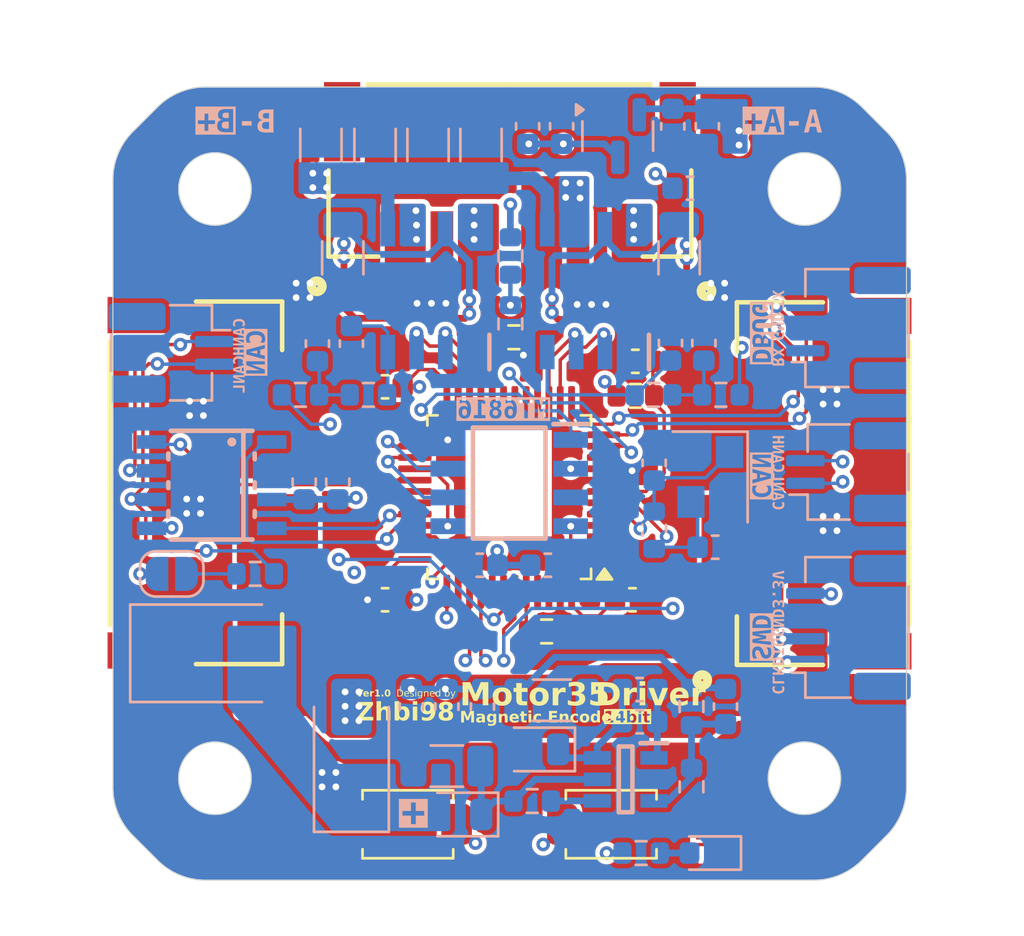
<source format=kicad_pcb>
(kicad_pcb (version 20240108) (generator "pcbnew") (generator_version "8.0")
  (layers (0 "F.Cu" signal) (1 "In1.Cu" signal) (2 "In2.Cu" signal) (31 "B.Cu" signal) (34 "B.Paste" user) (35 "F.Paste" user) (36 "B.SilkS" user "B.Silkscreen") (37 "F.SilkS" user "F.Silkscreen") (38 "B.Mask" user) (39 "F.Mask" user) (44 "Edge.Cuts" user))
  (net 0 "")
  (net 1 "GND")
  (net 2 "+5V")
  (net 3 "/OSC_IN")
  (net 4 "+3.3V")
  (net 5 "/OSC_OUT")
  (net 6 "/nRST")
  (net 7 "Net-(C12-Pad1)")
  (net 8 "Net-(C13-Pad1)")
  (net 9 "/H_BRID/VREF_A")
  (net 10 "/H_BRID/VREF_B")
  (net 11 "Net-(IC4-FB)")
  (net 12 "Net-(IC4-BST)")
  (net 13 "Net-(D2-K)")
  (net 14 "Net-(D3-K)")
  (net 15 "VCC")
  (net 16 "Net-(D1-A)")
  (net 17 "+24V")
  (net 18 "Net-(IC1-RS)")
  (net 19 "/H_BRID/MOTOR_OUT_A-")
  (net 20 "/TB_IN_AM")
  (net 21 "/TB_IN_AP")
  (net 22 "/H_BRID/MOTOR_OUT_A+")
  (net 23 "/TB_IN_BP")
  (net 24 "/TB_IN_BM")
  (net 25 "/H_BRID/MOTOR_OUT_B+")
  (net 26 "Net-(IC2-RS)")
  (net 27 "/H_BRID/MOTOR_OUT_B-")
  (net 28 "/MT6816_MOSI")
  (net 30 "/MT6816_MISO")
  (net 31 "/MT6816_CS")
  (net 32 "/MT6816_SCK")
  (net 33 "Net-(IC4-EN)")
  (net 34 "/DEBUG_RX")
  (net 35 "/DEBUG_TX")
  (net 36 "/SWD_DIO")
  (net 37 "/SWD_CLK")
  (net 38 "/PORT/_CAN_H")
  (net 39 "/PORT/_CAN_L")
  (net 42 "Net-(JP1-B)")
  (net 43 "Net-(U2-PB2)")
  (net 44 "Net-(U2-BOOT0)")
  (net 45 "/TB_IN_PWM_A")
  (net 46 "/TB_IN_PWM_B")
  (net 47 "/KEY1")
  (net 48 "/KEY2")
  (net 49 "/TB_Temp")
  (net 51 "/CAN_RX")
  (net 52 "/CAN_SILENT")
  (net 56 "/CAN_TX")
  (footprint "Capacitor_SMD:C_0603_1608Metric" (layer "F.Cu") (at 137.0454 89.408 180)
    (property "Reference" "C3" (hide yes))
    (property "Value" "0.1uF")
  )
  (footprint "Resistor_SMD:R_0603_1608Metric" (layer "F.Cu") (at 148.082 89.808)
    (property "Reference" "R5" (hide yes))
    (property "Value" "10K")
  )
  (footprint "Resistor_SMD:R_0603_1608Metric" (layer "F.Cu") (at 144.1704 100.203)
    (property "Reference" "R10" (hide yes))
    (property "Value" "10K")
  )
  (footprint "3rd_Connector_JST_SMD:CONN-SMD_1x6P-P2.0-H_WAFER-PH2.0-6PWB" (layer "F.Cu") (at 142.549805 83.410705)
    (property "Reference" "J4" (hide yes))
    (property "Value" "MOTOR" (hide yes))
  )
  (footprint "Capacitor_SMD:C_0603_1608Metric" (layer "F.Cu") (at 148.082 88.284 180)
    (property "Reference" "C11" (hide yes))
    (property "Value" "0.1uF")
  )
  (footprint "Capacitor_SMD:C_0603_1608Metric" (layer "F.Cu") (at 137.0454 98.806 180)
    (property "Reference" "C7" (hide yes))
    (property "Value" "0.1uF")
  )
  (footprint "Resistor_SMD:R_0603_1608Metric" (layer "F.Cu") (at 142.7226 87.2236)
    (property "Reference" "R9" (hide yes))
    (property "Value" "10K")
  )
  (footprint "3rd_Button_Switch_SMD:KEY-SMD_2P_L4.0-W3.0-V_K2-1807SN-A3DW-06" (layer "F.Cu") (at 147.0152 108.712 180)
    (property "Reference" "S2" (hide yes))
    (property "Value" "KEY-PB_4P_MIN")
  )
  (footprint "3rd_Button_Switch_SMD:KEY-SMD_2P_L4.0-W3.0-V_K2-1807SN-A3DW-06" (layer "F.Cu") (at 138.049 108.712)
    (property "Reference" "S1" (hide yes))
    (property "Value" "KEY-PB_4P_MIN")
  )
  (footprint "Package_QFP:LQFP-48_7x7mm_P0.5mm" (layer "F.Cu") (at 142.5194 94.2768 180)
    (property "Reference" "U2" (hide yes))
    (property "Value" "STM32F103CBTx")
  )
  (footprint "3rd_Connector_JST_SMD:CONN-SMD_1x6P-P2.0-H_WAFER-PH2.0-6PWB" (layer "F.Cu") (at 132.254905 93.644795 90)
    (property "Reference" "J5" (hide yes))
    (property "Value" "POWER IN" (hide yes))
  )
  (footprint "3rd_Connector_JST_SMD:CONN-SMD_1x6P-P2.0-H_WAFER-PH2.0-6PWB" (layer "F.Cu") (at 152.809295 93.680205 -90)
    (property "Reference" "J6" (hide yes))
    (property "Value" "POWER IN" (hide yes))
  )
  (footprint "Capacitor_SMD:C_0603_1608Metric" (layer "F.Cu") (at 147.955 98.806)
    (property "Reference" "C5" (hide yes))
    (property "Value" "0.1uF")
  )
  (footprint "Package_TO_SOT_SMD:SOT-23" (layer "B.Cu") (at 147.3059 78.346 -90)
    (property "Reference" "U1" (hide yes))
    (property "Value" "XC6206P332MR")
  )
  (footprint "Inductor_SMD:L_1206_3216Metric" (layer "B.Cu") (at 144.4034 103.238 180)
    (property "Reference" "L1" (hide yes))
    (property "Value" "FCI3216-6R8  6.8uH")
  )
  (footprint "Crystal:Crystal_SMD_3225-4Pin_3.2x2.5mm" (layer "B.Cu") (at 151.384 93.388 -90)
    (property "Reference" "Y1" (hide yes))
    (property "Value" "3225 8M 12PF 10PPM")
  )
  (footprint "Capacitor_SMD:C_0603_1608Metric" (layer "B.Cu") (at 139.7685 103.518 -90)
    (property "Reference" "C23" (hide yes))
    (property "Value" "10uF(106)")
  )
  (footprint "3rd_Connector_JST_SMD:CONN-SMD_1x2P-P1.0-H_WAFER-SH1.0-2PWB" (layer "B.Cu") (at 157.48 93.1672 90)
    (property "Reference" "J3" (hide yes))
    (property "Value" "CAN_BUS")
  )
  (footprint "Capacitor_SMD:C_0603_1608Metric" (layer "B.Cu") (at 151.1046 87.4776 90)
    (property "Reference" "C12" (hide yes))
    (property "Value" "100nF (104) 10% 50V")
  )
  (footprint "Resistor_SMD:R_0603_1608Metric" (layer "B.Cu") (at 150.5588 103.518 -90)
    (property "Reference" "R18" (hide yes))
    (property "Value" "10k(1002)")
  )
  (footprint "Resistor_SMD:R_0603_1608Metric" (layer "B.Cu") (at 148.9116 95.7368 90)
    (property "Reference" "R1" (hide yes))
    (property "Value" "10M")
  )
  (footprint "Capacitor_SMD:C_0603_1608Metric" (layer "B.Cu") (at 144.8308 77.9148 90)
    (property "Reference" "C4" (hide yes))
    (property "Value" "10uF")
  )
  (footprint "Resistor_SMD:R_0603_1608Metric" (layer "B.Cu") (at 142.5702 83.6358 -90)
    (property "Reference" "TH1" (hide yes))
    (property "Value" "10K")
  )
  (footprint "Resistor_SMD:R_0603_1608Metric" (layer "B.Cu") (at 151.8534 89.7636 180)
    (property "Reference" "R11" (hide yes))
    (property "Value" "1KΩ (1001) ±1%")
  )
  (footprint "3rd_Sensor_Encoder:SOIC-8_L4.7-W5.8-P1.27_MT6816" (layer "B.Cu") (at 142.5194 93.6556 180)
    (property "Reference" "IC3" (hide yes))
    (property "Value" "MT6816" (hide yes))
  )
  (footprint "Resistor_SMD:R_0603_1608Metric" (layer "B.Cu") (at 142.5702 86.633 90)
    (property "Reference" "R2" (hide yes))
    (property "Value" "3.3K")
  )
  (footprint "Resistor_SMD:R_1206_3216Metric" (layer "B.Cu") (at 150.0124 83.7184 -90)
    (property "Reference" "R15" (hide yes))
    (property "Value" "0.1Ω (R100) ±1%")
  )
  (footprint "Diode_SMD:D_SMA" (layer "B.Cu") (at 135.5598 105.537 90)
    (property "Reference" "D4" (hide yes))
    (property "Value" "SS54")
  )
  (footprint "Capacitor_SMD:C_1206_3216Metric" (layer "B.Cu") (at 138.938 78.74 90)
    (property "Reference" "C29" (hide yes))
    (property "Value" "100uF 50V")
  )
  (footprint "LED_SMD:LED_0603_1608Metric" (layer "B.Cu") (at 151.257 109.982 180)
    (property "Reference" "D1" (hide yes))
    (property "Value" "RED LED")
  )
  (footprint "Resistor_SMD:R_1206_3216Metric" (layer "B.Cu") (at 135.1788 83.7184 -90)
    (property "Reference" "R16" (hide yes))
    (property "Value" "0.1Ω (R100) ±1%")
  )
  (footprint "Capacitor_SMD:C_1206_3216Metric" (layer "B.Cu") (at 136.6012 78.74 90)
    (property "Reference" "C27" (hide yes))
    (property "Value" "100uF 50V")
  )
  (footprint "3rd_Converter_DCDC:SOT-23-6_L2.7-W2.2-P0.95_ME3116AM6G" (layer "B.Cu") (at 147.6528 106.7308 180)
    (property "Reference" "IC4" (hide yes))
    (property "Value" "ME3116AM6G" (hide yes))
  )
  (footprint "Resistor_SMD:R_0603_1608Metric" (layer "B.Cu") (at 143.5334 107.688 180)
    (property "Reference" "R19" (hide yes))
    (property "Value" "1M")
  )
  (footprint "Capacitor_SMD:C_0603_1608Metric" (layer "B.Cu") (at 134.958 93.599 90)
    (property "Reference" "C31" (hide yes))
    (property "Value" "10uF")
  )
  (footprint "Capacitor_SMD:C_0603_1608Metric" (layer "B.Cu") (at 151.604 96.4868)
    (property "Reference" "C6" (hide yes))
    (property "Value" "22pF")
  )
  (footprint "Capacitor_SMD:C_1206_3216Metric" (layer "B.Cu") (at 141.2748 78.74 90)
    (property "Reference" "C28" (hide yes))
    (property "Value" "100uF 50V")
  )
  (footprint "Capacitor_SMD:C_0603_1608Metric" (layer "B.Cu") (at 148.9116 92.768 90)
    (property "Reference" "C2" (hide yes))
    (property "Value" "22pF")
  )
  (footprint "Capacitor_SMD:C_0603_1608Metric" (layer "B.Cu") (at 143.3322 77.9148 90)
    (property "Reference" "C1" (hide yes))
    (property "Value" "0.1uF")
  )
  (footprint "Capacitor_SMD:C_0603_1608Metric" (layer "B.Cu") (at 144.2212 97.282)
    (property "Reference" "C17" (hide yes))
    (property "Value" "10uF")
  )
  (footprint "Diode_SMD:D_SMB" (layer "B.Cu") (at 129.4638 101.1682)
    (property "Reference" "D5" (hide yes))
    (property "Value" "SMBJ28CA")
  )
  (footprint "Capacitor_SMD:C_0603_1608Metric" (layer "B.Cu") (at 149.733 77.9148 -90)
    (property "Reference" "C8" (hide yes))
    (property "Value" "10uF")
  )
  (footprint "Capacitor_SMD:C_0603_1608Metric" (layer "B.Cu") (at 150.495 80.645)
    (property "Reference" "C26" (hide yes))
    (property "Value" "10uF")
  )
  (footprint "Capacitor_SMD:C_0603_1608Metric" (layer "B.Cu") (at 149.6314 87.4776 90)
    (property "Reference" "C14" (hide yes))
    (property "Value" "100nF (104) 10% 50V")
  )
  (footprint "Capacitor_SMD:C_0603_1608Metric" (layer "B.Cu") (at 151.257 77.9148 -90)
    (property "Reference" "C10" (hide yes))
    (property "Value" "0.1uF")
  )
  (footprint "3rd_Driver_Motor:SOIC-8_L4.8-W5.8-P1.27_TB67H450FNG" (layer "B.Cu") (at 139.065 85.1634 90)
    (property "Reference" "IC2" (hide yes))
    (property "Value" "TB67H450FNG,EL" (hide yes))
  )
  (footprint "3rd_Connector_JST_SMD:CONN-SMD_1x3P-P1.0-H_WAFER-SH1.0-3PWB" (layer "B.Cu") (at 157.48 86.8172 90)
    (property "Reference" "J1" (hide yes))
    (property "Value" "DBUG")
  )
  (footprint "3rd_Connector_JST_SMD:CONN-SMD_1x4P-P1.0-H_WAFER-SH1.0-4PWB" (layer "B.Cu") (at 157.48 100.0252 90)
    (property "Reference" "J2" (hide yes))
    (property "Value" "SWD")
  )
  (footprint "Jumper:SolderJumper-2_P1.3mm_Open_RoundedPad1.0x1.5mm" (layer "B.Cu") (at 127.635 97.663)
    (property "Reference" "JP1" (hide yes))
    (property "Value" "Jump")
  )
  (footprint "Capacitor_SMD:C_0603_1608Metric" (layer "B.Cu") (at 141.3385 103.518 -90)
    (property "Reference" "C21" (hide yes))
    (property "Value" "100nF104")
  )
  (footprint "Resistor_SMD:R_0603_1608Metric" (layer "B.Cu") (at 133.3124 89.7636)
    (property "Reference" "R12" (hide yes))
    (property "Value" "1KΩ (1001) ±1%")
  )
  (footprint "Resistor_SMD:R_0603_1608Metric" (layer "B.Cu") (at 148.336 109.982)
    (property "Reference" "R8" (hide yes))
    (property "Value" "1k")
  )
  (footprint "Capacitor_SMD:C_1206_3216Metric" (layer "B.Cu") (at 134.2136 78.74 90)
    (property "Reference" "C30" (hide yes))
    (property "Value" "100uF 50V")
  )
  (footprint "Resistor_SMD:R_0603_1608Metric" (layer "B.Cu") (at 150.5588 107.061 -90)
    (property "Reference" "R17" (hide yes))
    (property "Value" "1.91k(1901)")
  )
  (footprint "Resistor_SMD:R_0603_1608Metric" (layer "B.Cu") (at 131.3186 97.663)
    (property "Reference" "R22" (hide yes))
    (property "Value" "120R")
  )
  (footprint "Resistor_SMD:R_0603_1608Metric" (layer "B.Cu") (at 136.3096 89.7636)
    (property "Reference" "R14" (hide yes))
    (property "Value" "1KΩ (1001) ±1%")
  )
  (footprint "3rd_Driver_Motor:SOIC-8_L4.8-W5.8-P1.27_TB67H450FNG" (layer "B.Cu") (at 146.1008 85.1634 90)
    (property "Reference" "IC1" (hide yes))
    (property "Value" "TB67H450FNG,EL" (hide yes))
  )
  (footprint "Capacitor_SMD:C_0603_1608Metric" (layer "B.Cu") (at 152.0574 103.518 -90)
    (property "Reference" "C18" (hide yes))
    (property "Value" "100pF(101) 50V")
  )
  (footprint "Capacitor_SMD:C_0603_1608Metric" (layer "B.Cu") (at 133.477 93.599 90)
    (property "Reference" "C32" (hide yes))
    (property "Value" "100nF")
  )
  (footprint "Resistor_SMD:R_0603_1608Metric" (layer "B.Cu") (at 148.8826 89.7636 180)
    (property "Reference" "R13" (hide yes))
    (property "Value" "1KΩ (1001) ±1%")
  )
  (footprint "Capacitor_SMD:C_0603_1608Metric" (layer "B.Cu") (at 148.2728 102.768 180)
    (property "Reference" "C19" (hide yes))
    (property "Value" "100nF(104) 50V")
  )
  (footprint "Capacitor_SMD:C_0603_1608Metric" (layer "B.Cu") (at 135.5598 87.503 -90)
    (property "Reference" "C15" (hide yes))
    (property "Value" "100nF (104) 10% 50V")
  )
  (footprint "Capacitor_SMD:C_1206_3216Metric" (layer "B.Cu") (at 139.7685 106.1466 180)
    (property "Reference" "C22" (hide yes))
    (property "Value" "4.7uF(475) 50V")
  )
  (footprint "Capacitor_SMD:C_0603_1608Metric" (layer "B.Cu") (at 134.0612 87.503 90)
    (property "Reference" "C13" (hide yes))
    (property "Value" "100nF (104) 10% 50V")
  )
  (footprint "Capacitor_SMD:C_0603_1608Metric" (layer "B.Cu") (at 141.224 97.282 180)
    (property "Reference" "C16" (hide yes))
    (property "Value" "0.1uF")
  )
  (footprint "3rd_Interface_CAN:SOT96_L5.0-W4.0-P1.27_TJA1051" (layer "B.Cu") (at 129.395 93.7482 -90)
    (property "Reference" "U3" (hide yes))
    (property "Value" "TJA1051T")
  )
  (footprint "Capacitor_SMD:C_0603_1608Metric" (layer "B.Cu") (at 138.1985 103.518 -90)
    (property "Reference" "C24" (hide yes))
    (property "Value" "47uF(106)")
  )
  (footprint "Capacitor_SMD:C_0603_1608Metric" (layer "B.Cu") (at 148.2728 104.1908 180)
    (property "Reference" "C20" (hide yes))
    (property "Value" "100nF(104) 50V")
  )
  (footprint "3rd_Connector_JST_SMD:CONN-SMD_1x2P-P1.0-H_WAFER-SH1.0-2PWB" (layer "B.Cu") (at 127.6096 87.9094 -90)
    (property "Reference" "J7" (hide yes))
    (property "Value" "CAN_BUS")
  )
  (footprint "Diode_SMD:D_0805_2012Metric" (layer "B.Cu") (at 143.7334 105.41 180)
    (property "Reference" "D2" (hide yes))
    (property "Value" "B5819WS")
  )
  (footprint "Diode_SMD:D_0805_2012Metric" (layer "B.Cu") (at 140.3485 108.2802 180)
    (property "Reference" "D3" (hide yes))
    (property "Value" "B5819WS")
  )
  (gr_arc (start 125.04 80.272641) (mid 125.268361 79.12459) (end 125.91868 78.15132) (stroke (width 0.05)) (layer "Edge.Cuts"))
  (gr_line (start 160.04 80.272641) (end 160.04 107.087359) (stroke (width 0.05)) (layer "Edge.Cuts"))
  (gr_line (start 125.91868 78.15132) (end 127.01132 77.05868) (stroke (width 0.05)) (layer "Edge.Cuts"))
  (gr_line (start 129.132641 76.18) (end 155.947359 76.18) (stroke (width 0.05)) (layer "Edge.Cuts"))
  (gr_line (start 127.01132 110.30132) (end 125.91868 109.20868) (stroke (width 0.05)) (layer "Edge.Cuts"))
  (gr_arc (start 127.01132 77.05868) (mid 127.98459 76.408361) (end 129.132641 76.18) (stroke (width 0.05)) (layer "Edge.Cuts"))
  (gr_circle (center 155.54 106.68) (end 157.14 106.68) (stroke (width 0.05)) (fill none) (layer "Edge.Cuts"))
  (gr_arc (start 125.91868 109.20868) (mid 125.268361 108.23541) (end 125.04 107.087359) (stroke (width 0.05)) (layer "Edge.Cuts"))
  (gr_arc (start 129.132641 111.18) (mid 127.98459 110.951639) (end 127.01132 110.30132) (stroke (width 0.05)) (layer "Edge.Cuts"))
  (gr_line (start 159.16132 109.20868) (end 158.06868 110.30132) (stroke (width 0.05)) (layer "Edge.Cuts"))
  (gr_circle (center 129.54 80.68) (end 131.14 80.68) (stroke (width 0.05)) (fill none) (layer "Edge.Cuts"))
  (gr_arc (start 159.16132 78.15132) (mid 159.81164 79.12459) (end 160.04 80.272641) (stroke (width 0.05)) (layer "Edge.Cuts"))
  (gr_arc (start 155.947359 76.18) (mid 157.095409 76.408362) (end 158.06868 77.05868) (stroke (width 0.05)) (layer "Edge.Cuts"))
  (gr_circle (center 155.54 80.68) (end 157.14 80.68) (stroke (width 0.05)) (fill none) (layer "Edge.Cuts"))
  (gr_circle (center 129.54 106.68) (end 131.14 106.68) (stroke (width 0.05)) (fill none) (layer "Edge.Cuts"))
  (gr_line (start 125.04 107.087359) (end 125.04 80.272641) (stroke (width 0.05)) (layer "Edge.Cuts"))
  (gr_line (start 158.06868 77.05868) (end 159.16132 78.15132) (stroke (width 0.05)) (layer "Edge.Cuts"))
  (gr_arc (start 158.06868 110.30132) (mid 157.09541 110.95164) (end 155.947359 111.18) (stroke (width 0.05)) (layer "Edge.Cuts"))
  (gr_line (start 155.947359 111.18) (end 129.132641 111.18) (stroke (width 0.05)) (layer "Edge.Cuts"))
  (gr_arc (start 160.04 107.087359) (mid 159.811652 108.235418) (end 159.16132 109.20868) (stroke (width 0.05)) (layer "Edge.Cuts"))
  (gr_text "24V" (at 150.622 109.601 0) (layer "F.Cu") (effects (font (size 1.27 1.27) (thickness 0.3175) (bold yes)) (justify left bottom)))
  (gr_text "max" (at 150.749 110.617 0) (layer "F.Cu" knockout) (effects (font (size 1 1) (thickness 0.25) (bold yes)) (justify left bottom)))
  (gr_text "CLK" (at 154.051 102.997 270) (layer "B.SilkS") (effects (font (size 0.5 0.5) (thickness 0.1) (bold yes)) (justify left bottom mirror)))
  (gr_text "DBUG" (at 153.1112 88.392 270) (layer "B.SilkS" knockout) (effects (font (size 0.8 0.8) (thickness 0.2) (bold yes)) (justify left bottom mirror)))
  (gr_text "SWD" (at 153.1112 101.473 270) (layer "B.SilkS" knockout) (effects (font (size 0.8 0.8) (thickness 0.2) (bold yes)) (justify left bottom mirror)))
  (gr_text "RX" (at 154.051 88.519 270) (layer "B.SilkS") (effects (font (size 0.5 0.5) (thickness 0.1) (bold yes)) (justify left bottom mirror)))
  (gr_text "TX" (at 154.051 85.979 270) (layer "B.SilkS") (effects (font (size 0.5 0.5) (thickness 0.1) (bold yes)) (justify left bottom mirror)))
  (gr_text "CAN" (at 131.8768 86.868 90) (layer "B.SilkS" knockout) (effects (font (size 0.8 0.8) (thickness 0.2) (bold yes)) (justify left bottom mirror)))
  (gr_text "+" (at 137.5156 108.7628 270) (layer "B.SilkS" knockout) (effects (font (size 1.27 1.27) (thickness 0.3175) (bold yes)) (justify left bottom mirror)))
  (gr_text "DIO" (at 154.051 101.727 270) (layer "B.SilkS") (effects (font (size 0.5 0.5) (thickness 0.1) (bold yes)) (justify left bottom mirror)))
  (gr_text "B+" (at 130.429 78.343111 0) (layer "B.SilkS" knockout) (effects (font (size 1 1) (thickness 0.2) (bold yes)) (justify left bottom mirror)))
  (gr_text "A-" (at 156.337 78.359 0) (layer "B.SilkS") (effects (font (size 1 1) (thickness 0.2) (bold yes)) (justify left bottom mirror)))
  (gr_text "CAN" (at 153.1112 94.361 270) (layer "B.SilkS" knockout) (effects (font (size 0.8 0.8) (thickness 0.2) (bold yes)) (justify left bottom mirror)))
  (gr_text "A+" (at 154.559 78.343111 0) (layer "B.SilkS" knockout) (effects (font (size 1 1) (thickness 0.2) (bold yes)) (justify left bottom mirror)))
  (gr_text "CANL" (at 130.937 88.011 90) (layer "B.SilkS") (effects (font (size 0.5 0.5) (thickness 0.1) (bold yes)) (justify left bottom mirror)))
  (gr_text "CANL" (at 154.051 94.869 -90) (layer "B.SilkS") (effects (font (size 0.5 0.5) (thickness 0.1) (bold yes)) (justify left bottom mirror)))
  (gr_text "CANH" (at 130.937 86.36 90) (layer "B.SilkS") (effects (font (size 0.5 0.5) (thickness 0.1) (bold yes)) (justify left bottom mirror)))
  (gr_text "GND" (at 154.051 87.376 270) (layer "B.SilkS") (effects (font (size 0.5 0.5) (thickness 0.1) (bold yes)) (justify left bottom mirror)))
  (gr_text "B-" (at 132.207 78.359 0) (layer "B.SilkS") (effects (font (size 1 1) (thickness 0.2) (bold yes)) (justify left bottom mirror)))
  (gr_text "MT6816" (at 144.272 90.933 0) (layer "B.SilkS" knockout) (effects (font (size 0.8 0.8) (thickness 0.2) (bold yes)) (justify left bottom mirror)))
  (gr_text "3.3V" (at 154.051 99.187 270) (layer "B.SilkS") (effects (font (size 0.5 0.5) (thickness 0.1) (bold yes)) (justify left bottom mirror)))
  (gr_text "GND" (at 154.051 100.457 270) (layer "B.SilkS") (effects (font (size 0.5 0.5) (thickness 0.1) (bold yes)) (justify left bottom mirror)))
  (gr_text "CANH" (at 154.051 93.218 -90) (layer "B.SilkS") (effects (font (size 0.5 0.5) (thickness 0.1) (bold yes)) (justify left bottom mirror)))
  (gr_text "Designed by" (at 137.541 103.124 0) (layer "F.SilkS") (effects (font (size 0.3 0.3) (thickness 0.075)) (justify left bottom)))
  (gr_text "Driver" (at 146.304 103.632 0) (layer "F.SilkS") (effects (font (size 1 1) (thickness 0.25) (bold yes)) (justify left bottom)))
  (gr_text "Zhbi98\n" (at 135.763 104.267 0) (layer "F.SilkS") (effects (font (size 0.8 0.8) (thickness 0.15875)) (justify left bottom)))
  (gr_text "Motor35" (at 140.335 103.632 0) (layer "F.SilkS") (effects (font (size 1 1) (thickness 0.25) (bold yes)) (justify left bottom)))
  (gr_text "14bit" (at 146.685 104.013 0) (layer "F.SilkS" knockout) (effects (font (size 0.5 0.5) (thickness 0.125) (bold yes) (italic yes)) (justify left)))
  (gr_text "Magnetic Encoder" (at 140.335 104.013 0) (layer "F.SilkS") (effects (font (size 0.5 0.5) (thickness 0.125) (bold yes) (italic yes)) (justify left)))
  (gr_text "Ver1.0" (at 135.763 103.124 0) (layer "F.SilkS") (effects (font (size 0.3 0.3) (thickness 0.075) (bold yes)) (justify left bottom)))
  (segment (start 143.5476 87.6082) (end 143.5476 87.2236) (width 0.152) (layer "F.Cu") (net 1))
  (segment (start 143.1448 88.011) (end 143.5476 87.6082) (width 0.152) (layer "F.Cu") (net 1))
  (segment (start 144.7694 98.4393) (end 144.7694 99.977) (width 0.152) (layer "F.Cu") (net 1))
  (segment (start 144.7694 99.977) (end 144.9954 100.203) (width 0.152) (layer "F.Cu") (net 1))
  (segment (start 147.52252 93.5268) (end 146.6819 93.5268) (width 0.3) (layer "F.Cu") (net 1))
  (segment (start 140.2694 90.1143) (end 140.2694 91.2886) (width 0.3) (layer "F.Cu") (net 1))
  (segment (start 140.2694 91.2886) (end 139.8074 91.7506) (width 0.3) (layer "F.Cu") (net 1))
  (segment (start 147.9366 93.11272) (end 147.52252 93.5268) (width 0.3) (layer "F.Cu") (net 1))
  (via (at 151.4094 84.836) (size 0.6) (drill 0.3) (layers "F.Cu" "B.Cu") (net 1))
  (via (at 156.3624 95.758) (size 0.6) (drill 0.3) (layers "F.Cu" "B.Cu") (net 1))
  (via (at 145.5166 85.7758) (size 0.6) (drill 0.3) (layers "F.Cu" "B.Cu") (net 1))
  (via (at 128.2954 94.361) (size 0.6) (drill 0.3) (layers "F.Cu" "B.Cu") (net 1))
  (via (at 128.905 94.996) (size 0.6) (drill 0.3) (layers "F.Cu" "B.Cu") (net 1))
  (via (at 156.972 95.123) (size 0.6) (drill 0.3) (layers "F.Cu" "B.Cu") (net 1))
  (via (at 133.1214 84.836) (size 0.6) (drill 0.3) (layers "F.Cu" "B.Cu") (net 1))
  (via (at 128.905 94.361) (size 0.6) (drill 0.3) (layers "F.Cu" "B.Cu") (net 1))
  (via (at 138.4554 85.725) (size 0.6) (drill 0.3) (layers "F.Cu" "B.Cu") (net 1))
  (via (at 129.032 90.043) (size 0.6) (drill 0.3) (layers "F.Cu" "B.Cu") (net 1))
  (via (at 128.2954 94.996) (size 0.6) (drill 0.3) (layers "F.Cu" "B.Cu") (net 1))
  (via (at 143.1448 88.011) (size 0.6) (drill 0.3) (layers "F.Cu" "B.Cu") (net 1))
  (via (at 139.8074 91.7506) (size 0.6) (drill 0.3) (layers "F.Cu" "B.Cu") (net 1))
  (via (at 156.3624 90.17) (size 0.6) (drill 0.3) (layers "F.Cu" "B.Cu") (net 1))
  (via (at 129.032 90.678) (size 0.6) (drill 0.3) (layers "F.Cu" "B.Cu") (net 1))
  (via (at 128.4224 90.678) (size 0.6) (drill 0.3) (layers "F.Cu" "B.Cu") (net 1))
  (via (at 146.1516 85.7758) (size 0.6) (drill 0.3) (layers "F.Cu" "B.Cu") (net 1))
  (via (at 156.972 90.17) (size 0.6) (drill 0.3) (layers "F.Cu" "B.Cu") (net 1))
  (via (at 151.4094 85.471) (size 0.6) (drill 0.3) (layers "F.Cu" "B.Cu") (net 1))
  (via (at 156.972 95.758) (size 0.6) (drill 0.3) (layers "F.Cu" "B.Cu") (net 1))
  (via (at 147.9366 93.11272) (size 0.6) (drill 0.3) (layers "F.Cu" "B.Cu") (net 1))
  (via (at 128.4224 90.043) (size 0.6) (drill 0.3) (layers "F.Cu" "B.Cu") (net 1))
  (via (at 156.3624 95.123) (size 0.6) (drill 0.3) (layers "F.Cu" "B.Cu") (net 1))
  (via (at 133.731 84.836) (size 0.6) (drill 0.3) (layers "F.Cu" "B.Cu") (net 1))
  (via (at 136.2704 98.806) (size 0.6) (drill 0.3) (layers "F.Cu" "B.Cu") (net 1))
  (via (at 156.972 89.535) (size 0.6) (drill 0.3) (layers "F.Cu" "B.Cu") (net 1))
  (via (at 133.731 85.471) (size 0.6) (drill 0.3) (layers "F.Cu" "B.Cu") (net 1))
  (via (at 156.3624 89.535) (size 0.6) (drill 0.3) (layers "F.Cu" "B.Cu") (net 1))
  (via (at 139.0904 85.725) (size 0.6) (drill 0.3) (layers "F.Cu" "B.Cu") (net 1))
  (via (at 133.1214 85.471) (size 0.6) (drill 0.3) (layers "F.Cu" "B.Cu") (net 1))
  (via (at 152.019 84.836) (size 0.6) (drill 0.3) (layers "F.Cu" "B.Cu") (net 1))
  (via (at 152.019 85.471) (size 0.6) (drill 0.3) (layers "F.Cu" "B.Cu") (net 1))
  (via (at 139.7254 85.725) (size 0.6) (drill 0.3) (layers "F.Cu" "B.Cu") (net 1))
  (via (at 146.7866 85.7758) (size 0.6) (drill 0.3) (layers "F.Cu" "B.Cu") (net 1))
  (segment (start 133.2308 93.1132) (end 133.52 92.824) (width 0.3) (layer "B.Cu") (net 1))
  (segment (start 133.52 92.824) (end 134.958 92.824) (width 0.3) (layer "B.Cu") (net 1))
  (segment (start 143.1448 88.011) (end 143.1232 88.011) (width 0.3) (layer "B.Cu") (net 1))
  (segment (start 132.045 93.1132) (end 133.2308 93.1132) (width 0.3) (layer "B.Cu") (net 1))
  (segment (start 148.9116 91.993) (end 150.239 91.993) (width 0.152) (layer "B.Cu") (net 1))
  (segment (start 143.1232 88.011) (end 142.5702 87.458) (width 0.3) (layer "B.Cu") (net 1))
  (segment (start 150.239 91.993) (end 150.534 92.288) (width 0.152) (layer "B.Cu") (net 1))
  (via (at 135.686997 97.604) (size 0.6) (drill 0.3) (layers "F.Cu" "B.Cu") (net 2))
  (via (at 135.763 94.302) (size 0.6) (drill 0.3) (layers "F.Cu" "B.Cu") (net 2))
  (via (at 144.907 78.6898) (size 0.6) (drill 0.3) (layers "F.Cu" "B.Cu") (net 2))
  (via (at 139.7 102.743) (size 0.6) (drill 0.3) (layers "F.Cu" "B.Cu") (net 2))
  (via (at 143.383 78.6898) (size 0.6) (drill 0.3) (layers "F.Cu" "B.Cu") (net 2))
  (via (at 138.1985 102.743) (size 0.6) (drill 0.3) (layers "F.Cu" "B.Cu") (net 2))
  (segment (start 146.7122 78.6898) (end 147.3059 79.2835) (width 0.3) (layer "B.Cu") (net 2))
  (segment (start 143.383 78.6898) (end 144.8308 78.6898) (width 0.3) (layer "B.Cu") (net 2))
  (segment (start 144.8308 78.6898) (end 144.907 78.6898) (width 0.3) (layer "B.Cu") (net 2))
  (segment (start 150.5588 102.693) (end 152.0074 102.693) (width 0.3) (layer "B.Cu") (net 2))
  (segment (start 135.763 94.302) (end 135.691 94.374) (width 0.3) (layer "B.Cu") (net 2))
  (segment (start 144.907 78.6898) (end 146.7122 78.6898) (width 0.3) (layer "B.Cu") (net 2))
  (segment (start 138.1985 102.743) (end 139.7685 102.743) (width 0.3) (layer "B.Cu") (net 2))
  (segment (start 142.8284 103.238) (end 142.8284 103.0436) (width 0.3) (layer "B.Cu") (net 2))
  (segment (start 133.5108 94.3832) (end 133.52 94.374) (width 0.3) (layer "B.Cu") (net 2))
  (segment (start 133.52 94.374) (end 134.958 94.374) (width 0.3) (layer "B.Cu") (net 2))
  (segment (start 142.3334 102.743) (end 142.8284 103.238) (width 0.3) (layer "B.Cu") (net 2))
  (segment (start 139.7685 102.743) (end 141.3385 102.743) (width 0.3) (layer "B.Cu") (net 2))
  (segment (start 143.3322 78.6898) (end 143.383 78.6898) (width 0.3) (layer "B.Cu") (net 2))
  (segment (start 141.3385 102.743) (end 142.3334 102.743) (width 0.3) (layer "B.Cu") (net 2))
  (segment (start 135.691 94.374) (end 134.958 94.374) (width 0.3) (layer "B.Cu") (net 2))
  (segment (start 149.2118 101.346) (end 150.5588 102.693) (width 0.3) (layer "B.Cu") (net 2))
  (segment (start 142.8284 103.0436) (end 144.526 101.346) (width 0.3) (layer "B.Cu") (net 2))
  (segment (start 132.045 94.3832) (end 133.5108 94.3832) (width 0.3) (layer "B.Cu") (net 2))
  (segment (start 152.0074 102.693) (end 152.0574 102.743) (width 0.3) (layer "B.Cu") (net 2))
  (segment (start 144.526 101.346) (end 149.2118 101.346) (width 0.3) (layer "B.Cu") (net 2))
  (segment (start 147.661612 95.0268) (end 148.300906 95.666094) (width 0.152) (layer "F.Cu") (net 3))
  (segment (start 146.6819 95.0268) (end 147.661612 95.0268) (width 0.152) (layer "F.Cu") (net 3))
  (via (at 148.300906 95.666094) (size 0.6) (drill 0.3) (layers "F.Cu" "B.Cu") (net 3))
  (segment (start 148.300906 95.522494) (end 148.9116 94.9118) (width 0.152) (layer "B.Cu") (net 3))
  (segment (start 148.300906 95.666094) (end 148.300906 95.522494) (width 0.152) (layer "B.Cu") (net 3))
  (segment (start 148.9116 93.543) (end 148.9116 94.9118) (width 0.152) (layer "B.Cu") (net 3))
  (segment (start 149.0334 93.4212) (end 148.9116 93.543) (width 0.152) (layer "B.Cu") (net 3))
  (segment (start 152.234 92.368) (end 151.1808 93.4212) (width 0.152) (layer "B.Cu") (net 3))
  (segment (start 152.234 92.288) (end 152.234 92.368) (width 0.152) (layer "B.Cu") (net 3))
  (segment (start 151.1808 93.4212) (end 149.0334 93.4212) (width 0.152) (layer "B.Cu") (net 3))
  (segment (start 138.3569 97.0268) (end 137.72 97.0268) (width 0.152) (layer "F.Cu") (net 4))
  (segment (start 139.7694 90.1143) (end 139.7694 89.2234) (width 0.152) (layer "F.Cu") (net 4))
  (segment (start 145.2694 98.4393) (end 145.2694 99.0414) (width 0.152) (layer "F.Cu") (net 4))
  (segment (start 137.8204 98.806) (end 138.43 98.806) (width 0.152) (layer "F.Cu") (net 4))
  (segment (start 147.257 89.7088) (end 146.7358 89.1876) (width 0.152) (layer "F.Cu") (net 4))
  (segment (start 145.2694 99.0414) (end 145.7452 99.5172) (width 0.152) (layer "F.Cu") (net 4))
  (segment (start 139.192 88.646) (end 138.557 88.646) (width 0.152) (layer "F.Cu") (net 4))
  (segment (start 137.16 98.1456) (end 137.8204 98.806) (width 0.152) (layer "F.Cu") (net 4))
  (segment (start 146.6819 97.0268) (end 147.4204 97.0268) (width 0.152) (layer "F.Cu") (net 4))
  (segment (start 145.7948 97.0268) (end 145.2314 96.4634) (width 0.152) (layer "F.Cu") (net 4))
  (segment (start 138.557 88.646) (end 137.8204 89.3826) (width 0.152) (layer "F.Cu") (net 4))
  (segment (start 147.257 89.808) (end 147.257 89.7088) (width 0.152) (layer "F.Cu") (net 4))
  (segment (start 145.7452 99.5172) (end 146.4688 99.5172) (width 0.152) (layer "F.Cu") (net 4))
  (segment (start 137.72 97.0268) (end 137.16 97.5868) (width 0.152) (layer "F.Cu") (net 4))
  (segment (start 146.6819 93.0268) (end 145.2376 93.0268) (width 0.3) (layer "F.Cu") (net 4))
  (segment (start 139.7694 89.2234) (end 139.192 88.646) (width 0.152) (layer "F.Cu") (net 4))
  (segment (start 146.4688 99.5172) (end 147.18 98.806) (width 0.152) (layer "F.Cu") (net 4))
  (segment (start 147.8788 98.1072) (end 147.18 98.806) (width 0.152) (layer "F.Cu") (net 4))
  (segment (start 145.2314 96.4634) (end 145.2314 95.5606) (width 0.152) (layer "F.Cu") (net 4))
  (segment (start 146.6819 97.0268) (end 145.7948 97.0268) (width 0.152) (layer "F.Cu") (net 4))
  (segment (start 137.8204 89.3826) (end 137.8204 89.408) (width 0.152) (layer "F.Cu") (net 4))
  (segment (start 147.8788 97.4852) (end 147.8788 98.1072) (width 0.152) (layer "F.Cu") (net 4))
  (segment (start 145.2376 93.0268) (end 145.2314 93.0206) (width 0.3) (layer "F.Cu") (net 4))
  (segment (start 137.16 97.5868) (end 137.16 98.1456) (width 0.152) (layer "F.Cu") (net 4))
  (segment (start 147.4204 97.0268) (end 147.8788 97.4852) (width 0.152) (layer "F.Cu") (net 4))
  (segment (start 137.8204 89.408) (end 138.557 89.408) (width 0.152) (layer "F.Cu") (net 4))
  (via (at 127.635 95.631) (size 0.6) (drill 0.3) (layers "F.Cu" "B.Cu") (net 4))
  (via (at 156.718 98.552) (size 0.6) (drill 0.3) (layers "F.Cu" "B.Cu") (net 4))
  (via (at 152.654 78.105) (size 0.6) (drill 0.3) (layers "F.Cu" "B.Cu") (net 4))
  (via (at 152.654 78.74) (size 0.6) (drill 0.3) (layers "F.Cu" "B.Cu") (net 4))
  (via (at 141.986 96.647) (size 0.6) (drill 0.3) (layers "F.Cu" "B.Cu") (net 4))
  (via (at 138.557 89.408) (size 0.6) (drill 0.3) (layers "F.Cu" "B.Cu") (net 4))
  (via (at 146.7358 89.1876) (size 0.6) (drill 0.3) (layers "F.Cu" "B.Cu") (net 4))
  (via (at 145.2314 95.5606) (size 0.6) (drill 0.3) (layers "F.Cu" "B.Cu") (net 4))
  (via (at 142.5702 81.3562) (size 0.6) (drill 0.3) (layers "F.Cu" "B.Cu") (net 4))
  (via (at 146.812 109.982) (size 0.6) (drill 0.3) (layers "F.Cu" "B.Cu") (net 4))
  (via (at 138.43 98.806) (size 0.6) (drill 0.3) (layers "F.Cu" "B.Cu") (net 4))
  (via (at 145.2314 93.0206) (size 0.6) (drill 0.3) (layers "F.Cu" "B.Cu") (net 4))
  (segment (start 127.6128 95.6532) (end 127.635 95.631) (width 0.3) (layer "B.Cu") (net 4))
  (segment (start 141.999 97.282) (end 141.999 96.66) (width 0.3) (layer "B.Cu") (net 4))
  (segment (start 148.5246 77.1398) (end 148.2559 77.4085) (width 0.3) (layer "B.Cu") (net 4))
  (segment (start 141.999 97.282) (end 143.383 97.282) (width 0.3) (layer "B.Cu") (net 4))
  (segment (start 142.5702 81.3562) (end 142.5702 82.8108) (width 0.3) (layer "B.Cu") (net 4))
  (segment (start 149.733 77.1398) (end 148.5246 77.1398) (width 0.3) (layer "B.Cu") (net 4))
  (segment (start 156.6912 98.5252) (end 155.58 98.5252) (width 0.3) (layer "B.Cu") (net 4))
  (segment (start 141.999 96.66) (end 141.986 96.647) (width 0.3) (layer "B.Cu") (net 4))
  (segment (start 126.745 95.6532) (end 127.6128 95.6532) (width 0.3) (layer "B.Cu") (net 4))
  (segment (start 151.257 77.1398) (end 149.733 77.1398) (width 0.3) (layer "B.Cu") (net 4))
  (segment (start 156.718 98.552) (end 156.6912 98.5252) (width 0.3) (layer "B.Cu") (net 4))
  (segment (start 147.511 109.982) (end 146.812 109.982) (width 0.3) (layer "B.Cu") (net 4))
  (segment (start 149.4614 96.012) (end 147.9762 94.5268) (width 0.152) (layer "F.Cu") (net 5))
  (segment (start 147.9762 94.5268) (end 146.6819 94.5268) (width 0.152) (layer "F.Cu") (net 5))
  (via (at 149.4614 96.012) (size 0.6) (drill 0.3) (layers "F.Cu" "B.Cu") (net 5))
  (segment (start 150.829 96.4868) (end 148.9866 96.4868) (width 0.152) (layer "B.Cu") (net 5))
  (segment (start 148.9866 96.4868) (end 148.9116 96.5618) (width 0.152) (layer "B.Cu") (net 5))
  (segment (start 150.829 96.4868) (end 150.829 94.783) (width 0.152) (layer "B.Cu") (net 5))
  (segment (start 149.4614 96.012) (end 148.9116 96.5618) (width 0.152) (layer "B.Cu") (net 5))
  (segment (start 150.829 94.783) (end 150.534 94.488) (width 0.152) (layer "B.Cu") (net 5))
  (segment (start 148.907 90.106) (end 149.352 90.551) (width 0.152) (layer "F.Cu") (net 6))
  (segment (start 149.352 93.218) (end 148.5432 94.0268) (width 0.152) (layer "F.Cu") (net 6))
  (segment (start 148.857 88.284) (end 148.857 89.758) (width 0.152) (layer "F.Cu") (net 6))
  (segment (start 148.857 89.758) (end 148.907 89.808) (width 0.152) (layer "F.Cu") (net 6))
  (segment (start 149.352 90.551) (end 149.352 93.218) (width 0.152) (layer "F.Cu") (net 6))
  (segment (start 148.907 89.808) (end 148.907 90.106) (width 0.152) (layer "F.Cu") (net 6))
  (segment (start 148.5432 94.0268) (end 146.6819 94.0268) (width 0.152) (layer "F.Cu") (net 6))
  (segment (start 151.1046 88.2526) (end 151.1046 89.6874) (width 0.152) (layer "B.Cu") (net 7))
  (segment (start 151.0284 89.7636) (end 149.7076 89.7636) (width 0.152) (layer "B.Cu") (net 7))
  (segment (start 151.1046 89.6874) (end 151.0284 89.7636) (width 0.152) (layer "B.Cu") (net 7))
  (segment (start 134.1374 88.3542) (end 134.0612 88.278) (width 0.152) (layer "B.Cu") (net 8))
  (segment (start 135.4846 89.7636) (end 134.1374 89.7636) (width 0.152) (layer "B.Cu") (net 8))
  (segment (start 134.1374 89.7636) (end 134.1374 88.3542) (width 0.152) (layer "B.Cu") (net 8))
  (segment (start 148.1204 89.7636) (end 149.6314 88.2526) (width 0.152) (layer "B.Cu") (net 9))
  (segment (start 144.3736 89.7636) (end 148.0576 89.7636) (width 0.152) (layer "B.Cu") (net 9))
  (segment (start 144.1958 89.5858) (end 144.3736 89.7636) (width 0.152) (layer "B.Cu") (net 9))
  (segment (start 148.0576 89.7636) (end 148.1204 89.7636) (width 0.152) (layer "B.Cu") (net 9))
  (segment (start 144.1958 87.8754) (end 144.1958 89.5858) (width 0.152) (layer "B.Cu") (net 9))
  (segment (start 136.893 86.728) (end 135.5598 86.728) (width 0.152) (layer "B.Cu") (net 10))
  (segment (start 137.16 87.8754) (end 137.16 86.995) (width 0.152) (layer "B.Cu") (net 10))
  (segment (start 137.16 87.8754) (end 137.16 89.7382) (width 0.152) (layer "B.Cu") (net 10))
  (segment (start 137.16 86.995) (end 136.893 86.728) (width 0.152) (layer "B.Cu") (net 10))
  (segment (start 137.16 89.7382) (end 137.1346 89.7636) (width 0.152) (layer "B.Cu") (net 10))
  (segment (start 150.5588 104.343) (end 150.5588 106.236) (width 0.3) (layer "B.Cu") (net 11))
  (segment (start 152.0574 104.293) (end 150.6088 104.293) (width 0.3) (layer "B.Cu") (net 11))
  (segment (start 150.6088 104.293) (end 150.5588 104.343) (width 0.3) (layer "B.Cu") (net 11))
  (segment (start 150.5588 106.627642) (end 150.5588 106.236) (width 0.3) (layer "B.Cu") (net 11))
  (segment (start 149.505642 107.6808) (end 150.5588 106.627642) (width 0.3) (layer "B.Cu") (net 11))
  (segment (start 148.9028 107.6808) (end 149.505642 107.6808) (width 0.3) (layer "B.Cu") (net 11))
  (segment (start 149.0478 104.1908) (end 149.0478 105.6358) (width 0.3) (layer "B.Cu") (net 12))
  (segment (start 149.0478 105.6358) (end 148.9028 105.7808) (width 0.3) (layer "B.Cu") (net 12))
  (segment (start 149.0478 102.768) (end 149.0478 104.1908) (width 0.3) (layer "B.Cu") (net 12))
  (segment (start 146.4028 105.2858) (end 147.4978 104.1908) (width 0.3) (layer "B.Cu") (net 13))
  (segment (start 145.0417 105.7808) (end 144.6709 105.41) (width 0.3) (layer "B.Cu") (net 13))
  (segment (start 147.4978 102.768) (end 146.4484 102.768) (width 0.3) (layer "B.Cu") (net 13))
  (segment (start 147.4978 102.768) (end 147.4978 104.1908) (width 0.3) (layer "B.Cu") (net 13))
  (segment (start 146.4028 105.7808) (end 146.4028 105.2858) (width 0.3) (layer "B.Cu") (net 13))
  (segment (start 146.4028 105.7808) (end 145.0417 105.7808) (width 0.3) (layer "B.Cu") (net 13))
  (segment (start 146.4484 102.768) (end 145.9784 103.238) (width 0.3) (layer "B.Cu") (net 13))
  (segment (start 146.4028 106.7308) (end 143.6656 106.7308) (width 0.3) (layer "B.Cu") (net 14))
  (segment (start 141.286 106.1891) (end 141.2435 106.1466) (width 0.3) (layer "B.Cu") (net 14))
  (segment (start 143.6656 106.7308) (end 142.7084 107.688) (width 0.3) (layer "B.Cu") (net 14))
  (segment (start 141.286 108.2802) (end 141.286 106.1891) (width 0.3) (layer "B.Cu") (net 14))
  (segment (start 142.7084 107.688) (end 141.8782 107.688) (width 0.3) (layer "B.Cu") (net 14))
  (segment (start 141.8782 107.688) (end 141.286 108.2802) (width 0.3) (layer "B.Cu") (net 14))
  (via (at 134.2644 106.426) (size 0.6) (drill 0.3) (layers "F.Cu" "B.Cu") (net 15))
  (via (at 134.874 106.426) (size 0.6) (drill 0.3) (layers "F.Cu" "B.Cu") (net 15))
  (via (at 133.858 79.9846) (size 0.6) (drill 0.3) (layers "F.Cu" "B.Cu") (net 15))
  (via (at 134.4676 80.6196) (size 0.6) (drill 0.3) (layers "F.Cu" "B.Cu") (net 15))
  (via (at 133.858 80.6196) (size 0.6) (drill 0.3) (layers "F.Cu" "B.Cu") (net 15))
  (via (at 134.2644 107.061) (size 0.6) (drill 0.3) (layers "F.Cu" "B.Cu") (net 15))
  (via (at 134.874 107.061) (size 0.6) (drill 0.3) (layers "F.Cu" "B.Cu") (net 15))
  (via (at 134.4676 79.9846) (size 0.6) (drill 0.3) (layers "F.Cu" "B.Cu") (net 15))
  (segment (start 137.16 80.7738) (end 136.6012 80.215) (width 0.6) (layer "B.Cu") (net 15))
  (segment (start 144.1958 80.7974) (end 143.6134 80.215) (width 0.6) (layer "B.Cu") (net 15))
  (segment (start 143.6134 80.215) (end 141.2748 80.215) (width 0.6) (layer "B.Cu") (net 15))
  (segment (start 137.16 82.4514) (end 137.16 80.7738) (width 0.6) (layer "B.Cu") (net 15))
  (segment (start 144.1958 82.4514) (end 144.1958 80.7974) (width 0.6) (layer "B.Cu") (net 15))
  (segment (start 149.161 109.982) (end 150.4695 109.982) (width 0.3) (layer "B.Cu") (net 16))
  (via (at 135.89 104.14) (size 0.6) (drill 0.3) (layers "F.Cu" "B.Cu") (net 17))
  (via (at 135.89 103.505) (size 0.6) (drill 0.3) (layers "F.Cu" "B.Cu") (net 17))
  (via (at 135.89 102.87) (size 0.6) (drill 0.3) (layers "F.Cu" "B.Cu") (net 17))
  (via (at 135.2804 103.505) (size 0.6) (drill 0.3) (layers "F.Cu" "B.Cu") (net 17))
  (via (at 135.2804 102.87) (size 0.6) (drill 0.3) (layers "F.Cu" "B.Cu") (net 17))
  (via (at 135.2804 104.14) (size 0.6) (drill 0.3) (layers "F.Cu" "B.Cu") (net 17))
  (segment (start 150.3426 83.7438) (end 150.3426 83.1342) (width 0.3) (layer "F.Cu") (net 18))
  (segment (start 144.4058 86.1314) (end 144.4058 85.511802) (width 0.3) (layer "F.Cu") (net 18))
  (segment (start 150.3426 86.0298) (end 149.9362 86.4362) (width 0.3) (layer "F.Cu") (net 18))
  (segment (start 149.9362 86.4362) (end 144.6784 86.4362) (width 0.3) (layer "F.Cu") (net 18))
  (segment (start 144.6784 86.4362) (end 144.4058 86.1636) (width 0.3) (layer "F.Cu") (net 18))
  (segment (start 150.3426 83.7438) (end 150.3426 86.0298) (width 0.3) (layer "F.Cu") (net 18))
  (segment (start 144.4058 86.1636) (end 144.4058 86.1314) (width 0.3) (layer "F.Cu") (net 18))
  (via (at 144.4058 86.1314) (size 0.6) (drill 0.3) (layers "F.Cu" "B.Cu") (net 18))
  (via (at 144.4058 85.511802) (size 0.6) (drill 0.3) (layers "F.Cu" "B.Cu") (net 18))
  (via (at 150.3426 83.1342) (size 0.6) (drill 0.3) (layers "F.Cu" "B.Cu") (net 18))
  (via (at 150.3426 83.7438) (size 0.6) (drill 0.3) (layers "F.Cu" "B.Cu") (net 18))
  (segment (start 146.7358 82.4514) (end 146.7358 82.9056) (width 0.3) (layer "B.Cu") (net 18))
  (segment (start 150.3426 82.5861) (end 150.0124 82.2559) (width 0.3) (layer "B.Cu") (net 18))
  (segment (start 146.7358 82.9056) (end 147.3941 83.5639) (width 0.3) (layer "B.Cu") (net 18))
  (segment (start 146.7358 82.931) (end 146.0484 83.6184) (width 0.3) (layer "B.Cu") (net 18))
  (segment (start 146.7358 82.4514) (end 146.7358 82.931) (width 0.3) (layer "B.Cu") (net 18))
  (segment (start 150.3426 83.1342) (end 150.3426 82.5861) (width 0.3) (layer "B.Cu") (net 18))
  (segment (start 144.5558 83.6184) (end 144.4058 83.7684) (width 0.3) (layer "B.Cu") (net 18))
  (segment (start 148.7044 83.5639) (end 150.0124 82.2559) (width 0.3) (layer "B.Cu") (net 18))
  (segment (start 147.3941 83.5639) (end 148.7044 83.5639) (width 0.3) (layer "B.Cu") (net 18))
  (segment (start 144.4058 83.7684) (end 144.4058 85.511802) (width 0.3) (layer "B.Cu") (net 18))
  (segment (start 146.0484 83.6184) (end 144.5558 83.6184) (width 0.3) (layer "B.Cu") (net 18))
  (via (at 148.0058 81.6356) (size 0.6) (drill 0.3) (layers "F.Cu" "B.Cu") (net 19))
  (via (at 148.0058 82.9056) (size 0.6) (drill 0.3) (layers "F.Cu" "B.Cu") (net 19))
  (via (at 148.0058 82.2736) (size 0.6) (drill 0.3) (layers "F.Cu" "B.Cu") (net 19))
  (segment (start 144.7694 88.229604) (end 144.7694 90.1143) (width 0.152) (layer "F.Cu") (net 20))
  (segment (start 145.8908 87.6622) (end 145.336804 87.6622) (width 0.152) (layer "F.Cu") (net 20))
  (segment (start 145.336804 87.6622) (end 144.7694 88.229604) (width 0.152) (layer "F.Cu") (net 20))
  (segment (start 146.4668 87.0862) (end 145.8908 87.6622) (width 0.152) (layer "F.Cu") (net 20))
  (segment (start 146.685 87.0862) (end 146.4668 87.0862) (width 0.152) (layer "F.Cu") (net 20))
  (via (at 146.685 87.0862) (size 0.6) (drill 0.3) (layers "F.Cu" "B.Cu") (net 20))
  (segment (start 146.685 87.8246) (end 146.7358 87.8754) (width 0.152) (layer "B.Cu") (net 20))
  (segment (start 146.685 87.0862) (end 146.685 87.8246) (width 0.152) (layer "B.Cu") (net 20))
  (segment (start 144.2694 90.1143) (end 144.2694 88.2318) (width 0.152) (layer "F.Cu") (net 21))
  (segment (start 144.2694 88.2318) (end 145.415 87.0862) (width 0.152) (layer "F.Cu") (net 21))
  (via (at 145.415 87.0862) (size 0.6) (drill 0.3) (layers "F.Cu" "B.Cu") (net 21))
  (segment (start 145.415 87.0862) (end 145.415 87.8246) (width 0.152) (layer "B.Cu") (net 21))
  (segment (start 145.415 87.8246) (end 145.4658 87.8754) (width 0.152) (layer "B.Cu") (net 21))
  (via (at 145.6436 80.4164) (size 0.6) (drill 0.3) (layers "F.Cu" "B.Cu") (net 22))
  (via (at 145.0086 81.0514) (size 0.6) (drill 0.3) (layers "F.Cu" "B.Cu") (net 22))
  (via (at 145.6436 81.0768) (size 0.6) (drill 0.3) (layers "F.Cu" "B.Cu") (net 22))
  (via (at 145.0086 80.4164) (size 0.6) (drill 0.3) (layers "F.Cu" "B.Cu") (net 22))
  (segment (start 139.6814 87.6114) (end 140.7694 88.6994) (width 0.152) (layer "F.Cu") (net 23))
  (segment (start 140.7694 88.6994) (end 140.7694 90.1143) (width 0.152) (layer "F.Cu") (net 23))
  (segment (start 138.43 87.0354) (end 139.006 87.6114) (width 0.152) (layer "F.Cu") (net 23))
  (segment (start 139.006 87.6114) (end 139.6814 87.6114) (width 0.152) (layer "F.Cu") (net 23))
  (via (at 138.43 87.0354) (size 0.6) (drill 0.3) (layers "F.Cu" "B.Cu") (net 23))
  (segment (start 138.43 87.0354) (end 138.43 87.8754) (width 0.152) (layer "B.Cu") (net 23))
  (segment (start 141.224 88.5594) (end 141.224 90.0689) (width 0.152) (layer "F.Cu") (net 24))
  (segment (start 141.224 90.0689) (end 141.2694 90.1143) (width 0.152) (layer "F.Cu") (net 24))
  (segment (start 139.7 87.0354) (end 141.224 88.5594) (width 0.152) (layer "F.Cu") (net 24))
  (via (at 139.7 87.0354) (size 0.6) (drill 0.3) (layers "F.Cu" "B.Cu") (net 24))
  (segment (start 139.7 87.0354) (end 139.7 87.8754) (width 0.152) (layer "B.Cu") (net 24))
  (via (at 138.4046 81.6356) (size 0.6) (drill 0.3) (layers "F.Cu" "B.Cu") (net 25))
  (via (at 138.43 82.9056) (size 0.6) (drill 0.3) (layers "F.Cu" "B.Cu") (net 25))
  (via (at 138.43 82.2736) (size 0.6) (drill 0.3) (layers "F.Cu" "B.Cu") (net 25))
  (segment (start 140.76 86.1822) (end 140.76 85.568154) (width 0.3) (layer "F.Cu") (net 26))
  (segment (start 135.7122 86.3854) (end 140.5636 86.3854) (width 0.3) (layer "F.Cu") (net 26))
  (segment (start 140.5636 86.3854) (end 140.76 86.189) (width 0.3) (layer "F.Cu") (net 26))
  (segment (start 135.2296 83.693) (end 135.2296 83.0834) (width 0.3) (layer "F.Cu") (net 26))
  (segment (start 140.76 86.189) (end 140.76 86.1822) (width 0.3) (layer "F.Cu") (net 26))
  (segment (start 135.2296 83.693) (end 135.2296 85.9028) (width 0.3) (layer "F.Cu") (net 26))
  (segment (start 135.2296 85.9028) (end 135.7122 86.3854) (width 0.3) (layer "F.Cu") (net 26))
  (via (at 140.76 85.568154) (size 0.6) (drill 0.3) (layers "F.Cu" "B.Cu") (net 26))
  (via (at 135.2296 83.0834) (size 0.6) (drill 0.3) (layers "F.Cu" "B.Cu") (net 26))
  (via (at 140.76 86.1822) (size 0.6) (drill 0.3) (layers "F.Cu" "B.Cu") (net 26))
  (via (at 135.2296 83.693) (size 0.6) (drill 0.3) (layers "F.Cu" "B.Cu") (net 26))
  (segment (start 135.2296 82.3067) (end 135.1788 82.2559) (width 0.3) (layer "B.Cu") (net 26))
  (segment (start 139.7 82.8294) (end 140.76 83.8894) (width 0.3) (layer "B.Cu") (net 26))
  (segment (start 135.2296 83.0834) (end 135.2296 82.3067) (width 0.3) (layer "B.Cu") (net 26))
  (segment (start 139.7 82.4514) (end 139.7 82.8802) (width 0.3) (layer "B.Cu") (net 26))
  (segment (start 136.4889 83.566) (end 135.1788 82.2559) (width 0.3) (layer "B.Cu") (net 26))
  (segment (start 139.7 82.8802) (end 139.0142 83.566) (width 0.3) (layer "B.Cu") (net 26))
  (segment (start 140.76 83.8894) (end 140.76 85.568154) (width 0.3) (layer "B.Cu") (net 26))
  (segment (start 139.7 82.4514) (end 139.7 82.8294) (width 0.3) (layer "B.Cu") (net 26))
  (segment (start 139.0142 83.566) (end 136.4889 83.566) (width 0.3) (layer "B.Cu") (net 26))
  (via (at 140.97 81.6356) (size 0.6) (drill 0.3) (layers "F.Cu" "B.Cu") (net 27))
  (via (at 140.97 82.2736) (size 0.6) (drill 0.3) (layers "F.Cu" "B.Cu") (net 27))
  (via (at 140.97 82.9056) (size 0.6) (drill 0.3) (layers "F.Cu" "B.Cu") (net 27))
  (segment (start 139.8074 93.739801) (end 139.8074 95.5606) (width 0.152) (layer "F.Cu") (net 28))
  (segment (start 138.3569 93.0268) (end 139.094399 93.0268) (width 0.152) (layer "F.Cu") (net 28))
  (segment (start 139.094399 93.0268) (end 139.8074 93.739801) (width 0.152) (layer "F.Cu") (net 28))
  (via (at 139.8074 95.5606) (size 0.6) (drill 0.3) (layers "F.Cu" "B.Cu") (net 28))
  (segment (start 137.170025 92.712461) (end 137.355686 92.5268) (width 0.152) (layer "F.Cu") (net 30))
  (segment (start 137.355686 92.5268) (end 138.3569 92.5268) (width 0.152) (layer "F.Cu") (net 30))
  (via (at 137.170025 92.712461) (size 0.6) (drill 0.3) (layers "F.Cu" "B.Cu") (net 30))
  (segment (start 137.170025 92.712461) (end 138.748164 94.2906) (width 0.152) (layer "B.Cu") (net 30))
  (segment (start 138.748164 94.2906) (end 139.8074 94.2906) (width 0.152) (layer "B.Cu") (net 30))
  (segment (start 139.2068 91.5268) (end 139.4206 91.313) (width 0.152) (layer "F.Cu") (net 31))
  (segment (start 139.4206 91.313) (end 139.4206 91.1606) (width 0.152) (layer "F.Cu") (net 31))
  (segment (start 139.4206 91.1606) (end 138.684 90.424) (width 0.152) (layer "F.Cu") (net 31))
  (segment (start 138.3569 91.5268) (end 139.2068 91.5268) (width 0.152) (layer "F.Cu") (net 31))
  (segment (start 138.684 90.424) (end 138.6332 90.424) (width 0.152) (layer "F.Cu") (net 31))
  (via (at 138.6332 90.424) (size 0.6) (drill 0.3) (layers "F.Cu" "B.Cu") (net 31))
  (segment (start 142.932298 89.7382) (end 139.319 89.7382) (width 0.152) (layer "B.Cu") (net 31))
  (segment (start 139.319 89.7382) (end 138.6332 90.424) (width 0.152) (layer "B.Cu") (net 31))
  (segment (start 145.2314 91.7506) (end 145.2314 91.0024) (width 0.152) (layer "B.Cu") (net 31))
  (segment (start 144.6966 90.4676) (end 143.661698 90.4676) (width 0.152) (layer "B.Cu") (net 31))
  (segment (start 145.2314 91.0024) (end 144.6966 90.4676) (width 0.152) (layer "B.Cu") (net 31))
  (segment (start 143.661698 90.4676) (end 142.932298 89.7382) (width 0.152) (layer "B.Cu") (net 31))
  (segment (start 137.3658 92.0268) (end 137.16 91.821) (width 0.152) (layer "F.Cu") (net 32))
  (segment (start 138.3569 92.0268) (end 137.3658 92.0268) (width 0.152) (layer "F.Cu") (net 32))
  (via (at 137.16 91.821) (size 0.6) (drill 0.3) (layers "F.Cu" "B.Cu") (net 32))
  (segment (start 137.16 91.821) (end 137.287 91.821) (width 0.152) (layer "B.Cu") (net 32))
  (segment (start 138.4866 93.0206) (end 139.8074 93.0206) (width 0.152) (layer "B.Cu") (net 32))
  (segment (start 137.287 91.821) (end 138.4866 93.0206) (width 0.152) (layer "B.Cu") (net 32))
  (segment (start 144.3656 107.6808) (end 144.3584 107.688) (width 0.3) (layer "B.Cu") (net 33))
  (segment (start 146.4028 107.6808) (end 144.3656 107.6808) (width 0.3) (layer "B.Cu") (net 33))
  (segment (start 147.079751 91.059) (end 147.355751 90.783) (width 0.152) (layer "F.Cu") (net 34))
  (segment (start 155.0433 90.054744) (end 155.2673 89.830744) (width 0.152) (layer "F.Cu") (net 34))
  (segment (start 145.415 91.059) (end 147.079751 91.059) (width 0.152) (layer "F.Cu") (net 34))
  (segment (start 145.2694 90.1143) (end 145.2694 90.9134) (width 0.152) (layer "F.Cu") (net 34))
  (segment (start 155.2673 87.88642) (end 154.230001 86.849121) (width 0.152) (layer "F.Cu") (net 34))
  (segment (start 145.2694 90.9134) (end 145.415 91.059) (width 0.152) (layer "F.Cu") (net 34))
  (segment (start 155.2673 89.830744) (end 155.2673 87.88642) (width 0.152) (layer "F.Cu") (net 34))
  (via (at 154.230001 86.849121) (size 0.6) (drill 0.3) (layers "F.Cu" "B.Cu") (net 34))
  (via (at 147.355751 90.783) (size 0.6) (drill 0.3) (layers "F.Cu" "B.Cu") (net 34))
  (via (at 155.0433 90.054744) (size 0.6) (drill 0.3) (layers "F.Cu" "B.Cu") (net 34))
  (segment (start 154.420044 90.678) (end 155.0433 90.054744) (width 0.152) (layer "B.Cu") (net 34))
  (segment (start 147.460751 90.678) (end 154.420044 90.678) (width 0.152) (layer "B.Cu") (net 34))
  (segment (start 155.0002 87.8172) (end 155.58 87.8172) (width 0.152) (layer "B.Cu") (net 34))
  (segment (start 147.355751 90.783) (end 147.460751 90.678) (width 0.152) (layer "B.Cu") (net 34))
  (segment (start 154.230001 86.849121) (end 154.230001 87.047001) (width 0.152) (layer "B.Cu") (net 34))
  (segment (start 154.230001 87.047001) (end 155.0002 87.8172) (width 0.152) (layer "B.Cu") (net 34))
  (segment (start 155.6193 90.5067) (end 155.321 90.805) (width 0.152) (layer "F.Cu") (net 35))
  (segment (start 146.6819 91.5268) (end 147.7412 91.5268) (width 0.152) (layer "F.Cu") (net 35))
  (segment (start 154.305 85.852) (end 155.6193 87.1663) (width 0.152) (layer "F.Cu") (net 35))
  (segment (start 155.6193 87.1663) (end 155.6193 90.5067) (width 0.152) (layer "F.Cu") (net 35))
  (segment (start 147.7412 91.5268) (end 147.955 91.313) (width 0.152) (layer "F.Cu") (net 35))
  (via (at 154.305 85.852) (size 0.6) (drill 0.3) (layers "F.Cu" "B.Cu") (net 35))
  (via (at 155.321 90.805) (size 0.6) (drill 0.3) (layers "F.Cu" "B.Cu") (net 35))
  (via (at 147.955 91.313) (size 0.6) (drill 0.3) (layers "F.Cu" "B.Cu") (net 35))
  (segment (start 155.58 85.8172) (end 154.3398 85.8172) (width 0.152) (layer "B.Cu") (net 35))
  (segment (start 147.955 91.313) (end 148.238 91.03) (width 0.152) (layer "B.Cu") (net 35))
  (segment (start 148.238 91.03) (end 155.096 91.03) (width 0.152) (layer "B.Cu") (net 35))
  (segment (start 154.3398 85.8172) (end 154.305 85.852) (width 0.152) (layer "B.Cu") (net 35))
  (segment (start 155.096 91.03) (end 155.321 90.805) (width 0.152) (layer "B.Cu") (net 35))
  (segment (start 139.2576 96.0268) (end 138.3569 96.0268) (width 0.152) (layer "F.Cu") (net 36))
  (segment (start 139.6746 97.298132) (end 139.6746 96.4438) (width 0.152) (layer "F.Cu") (net 36))
  (segment (start 139.1194 97.853332) (end 139.6746 97.298132) (width 0.152) (layer "F.Cu") (net 36))
  (segment (start 139.1194 98.0186) (end 139.1194 97.853332) (width 0.152) (layer "F.Cu") (net 36))
  (segment (start 139.6746 96.4438) (end 139.2576 96.0268) (width 0.152) (layer "F.Cu") (net 36))
  (via (at 139.1194 98.0186) (size 0.6) (drill 0.3) (layers "F.Cu" "B.Cu") (net 36))
  (via (at 154.5844 100.5252) (size 0.6) (drill 0.3) (layers "F.Cu" "B.Cu") (net 36))
  (segment (start 154.5844 100.5252) (end 155.58 100.5252) (width 0.152) (layer "B.Cu") (net 36))
  (segment (start 139.7694 99.5748) (end 139.7508 99.5934) (width 0.152) (layer "F.Cu") (net 37))
  (segment (start 139.7694 98.4393) (end 139.7694 99.5748) (width 0.152) (layer "F.Cu") (net 37))
  (via (at 154.7876 101.5492) (size 0.6) (drill 0.3) (layers "F.Cu" "B.Cu") (net 37))
  (via (at 139.7508 99.5934) (size 0.6) (drill 0.3) (layers "F.Cu" "B.Cu") (net 37))
  (segment (start 155.58 101.5252) (end 154.8116 101.5252) (width 0.152) (layer "B.Cu") (net 37))
  (segment (start 154.8116 101.5252) (end 154.7876 101.5492) (width 0.152) (layer "B.Cu") (net 37))
  (segment (start 125.789 93.091) (end 126.013 92.867) (width 0.152) (layer "F.Cu") (net 38))
  (segment (start 126.704203 87.544797) (end 128.016 87.544797) (width 0.152) (layer "F.Cu") (net 38))
  (segment (start 126.013 88.236) (end 126.704203 87.544797) (width 0.152) (layer "F.Cu") (net 38))
  (segment (start 126.013 92.867) (end 126.013 88.236) (width 0.152) (layer "F.Cu") (net 38))
  (via (at 128.016 87.544797) (size 0.6) (drill 0.3) (layers "F.Cu" "B.Cu") (net 38))
  (via (at 126.238 97.663) (size 0.6) (drill 0.3) (layers "F.Cu" "B.Cu") (net 38))
  (via (at 125.789 93.091) (size 0.6) (drill 0.3) (layers "F.Cu" "B.Cu") (net 38))
  (via (at 157.226 92.71) (size 0.6) (drill 0.3) (layers "F.Cu" "B.Cu") (net 38))
  (segment (start 157.1832 92.6672) (end 155.58 92.6672) (width 0.152) (layer "B.Cu") (net 38))
  (segment (start 125.789 93.091) (end 126.7228 93.091) (width 0.152) (layer "B.Cu") (net 38))
  (segment (start 126.97 97.663) (end 126.238 97.663) (width 0.152) (layer "B.Cu") (net 38))
  (segment (start 126.7228 93.091) (end 126.745 93.1132) (width 0.152) (layer "B.Cu") (net 38))
  (segment (start 128.151397 87.4094) (end 128.016 87.544797) (width 0.152) (layer "B.Cu") (net 38))
  (segment (start 157.226 92.71) (end 157.1832 92.6672) (width 0.152) (layer "B.Cu") (net 38))
  (segment (start 129.5096 87.4094) (end 128.151397 87.4094) (width 0.152) (layer "B.Cu") (net 38))
  (segment (start 129.159 96.647) (end 126.746 96.647) (width 0.152) (layer "F.Cu") (net 39))
  (segment (start 125.857 94.361) (end 126.365 93.853) (width 0.152) (layer "F.Cu") (net 39))
  (segment (start 126.492 96.393) (end 126.492 94.996) (width 0.152) (layer "F.Cu") (net 39))
  (segment (start 126.492 94.996) (end 125.857 94.361) (width 0.152) (layer "F.Cu") (net 39))
  (segment (start 126.365 93.853) (end 126.365 88.646) (width 0.152) (layer "F.Cu") (net 39))
  (segment (start 126.746 96.647) (end 126.492 96.393) (width 0.152) (layer "F.Cu") (net 39))
  (segment (start 126.619 88.392) (end 127 88.392) (width 0.152) (layer "F.Cu") (net 39))
  (segment (start 126.365 88.646) (end 126.619 88.392) (width 0.152) (layer "F.Cu") (net 39))
  (via (at 127 88.392) (size 0.6) (drill 0.3) (layers "F.Cu" "B.Cu") (net 39))
  (via (at 125.857 94.361) (size 0.6) (drill 0.3) (layers "F.Cu" "B.Cu") (net 39))
  (via (at 129.159 96.647) (size 0.6) (drill 0.3) (layers "F.Cu" "B.Cu") (net 39))
  (via (at 157.226 93.599) (size 0.6) (drill 0.3) (layers "F.Cu" "B.Cu") (net 39))
  (segment (start 129.159 96.647) (end 131.211 96.647) (width 0.152) (layer "B.Cu") (net 39))
  (segment (start 127.0174 88.4094) (end 127 88.392) (width 0.152) (layer "B.Cu") (net 39))
  (segment (start 126.7228 94.361) (end 126.745 94.3832) (width 0.152) (layer "B.Cu") (net 39))
  (segment (start 157.1578 93.6672) (end 155.58 93.6672) (width 0.152) (layer "B.Cu") (net 39))
  (segment (start 131.211 96.647) (end 132.12 97.556) (width 0.152) (layer "B.Cu") (net 39))
  (segment (start 129.5096 88.4094) (end 127.0174 88.4094) (width 0.152) (layer "B.Cu") (net 39))
  (segment (start 125.857 94.361) (end 126.7228 94.361) (width 0.152) (layer "B.Cu") (net 39))
  (segment (start 132.12 97.556) (end 132.12 97.663) (width 0.152) (layer "B.Cu") (net 39))
  (segment (start 157.226 93.599) (end 157.1578 93.6672) (width 0.152) (layer "B.Cu") (net 39))
  (segment (start 128.27 97.663) (end 130.47 97.663) (width 0.152) (layer "B.Cu") (net 42))
  (segment (start 141.7694 87.3518) (end 141.8976 87.2236) (width 0.152) (layer "F.Cu") (net 43))
  (segment (start 141.7694 90.1143) (end 141.7694 87.3518) (width 0.152) (layer "F.Cu") (net 43))
  (segment (start 143.2694 98.4393) (end 143.2694 100.127) (width 0.152) (layer "F.Cu") (net 44))
  (segment (start 143.2694 100.127) (end 143.3454 100.203) (width 0.152) (layer "F.Cu") (net 44))
  (segment (start 142.278003 100.116689) (end 142.278003 101.4866) (width 0.152) (layer "F.Cu") (net 45))
  (segment (start 142.7694 99.625292) (end 142.278003 100.116689) (width 0.152) (layer "F.Cu") (net 45))
  (segment (start 142.7694 98.4393) (end 142.7694 99.625292) (width 0.152) (layer "F.Cu") (net 45))
  (via (at 152.781 87.680203) (size 0.6) (drill 0.3) (layers "F.Cu" "B.Cu") (net 45))
  (via (at 142.278003 101.4866) (size 0.6) (drill 0.3) (layers "F.Cu" "B.Cu") (net 45))
  (via (at 149.733 99.187) (size 0.6) (drill 0.3) (layers "F.Cu" "B.Cu") (net 45))
  (segment (start 143.51 99.187) (end 149.733 99.187) (width 0.152) (layer "B.Cu") (net 45))
  (segment (start 152.6784 87.782803) (end 152.781 87.680203) (width 0.152) (layer "B.Cu") (net 45))
  (segment (start 142.278003 100.418997) (end 143.51 99.187) (width 0.152) (layer "B.Cu") (net 45))
  (segment (start 152.6784 89.7636) (end 152.6784 87.782803) (width 0.152) (layer "B.Cu") (net 45))
  (segment (start 142.278003 101.4866) (end 142.278003 100.418997) (width 0.152) (layer "B.Cu") (net 45))
  (segment (start 142.2694 99.252799) (end 142.2694 98.4393) (width 0.152) (layer "F.Cu") (net 46))
  (segment (start 141.8454 99.676799) (end 142.2694 99.252799) (width 0.152) (layer "F.Cu") (net 46))
  (via (at 135.001 97.028) (size 0.6) (drill 0.3) (layers "F.Cu" "B.Cu") (net 46))
  (via (at 134.62 91.059) (size 0.6) (drill 0.3) (layers "F.Cu" "B.Cu") (net 46))
  (via (at 141.8454 99.676799) (size 0.6) (drill 0.3) (layers "F.Cu" "B.Cu") (net 46))
  (segment (start 133.7828 91.059) (end 132.4874 89.7636) (width 0.152) (layer "B.Cu") (net 46))
  (segment (start 141.8454 99.676799) (end 141.654043 99.676799) (width 0.152) (layer "B.Cu") (net 46))
  (segment (start 139.005244 97.028) (end 135.001 97.028) (width 0.152) (layer "B.Cu") (net 46))
  (segment (start 141.654043 99.676799) (end 139.005244 97.028) (width 0.152) (layer "B.Cu") (net 46))
  (segment (start 134.62 91.059) (end 133.7828 91.059) (width 0.152) (layer "B.Cu") (net 46))
  (segment (start 140.7694 98.4393) (end 140.7694 101.303211) (width 0.152) (layer "F.Cu") (net 47))
  (segment (start 141.029 109.542) (end 140.199 108.712) (width 0.152) (layer "F.Cu") (net 47))
  (segment (start 140.7694 101.303211) (end 140.588028 101.484583) (width 0.152) (layer "F.Cu") (net 47))
  (via (at 140.588028 101.484583) (size 0.6) (drill 0.3) (layers "F.Cu" "B.Cu") (net 47))
  (via (at 141.029 109.542) (size 0.6) (drill 0.3) (layers "F.Cu" "B.Cu") (net 47))
  (segment (start 144.8652 108.7538) (end 144.8652 108.712) (width 0.152) (layer "F.Cu") (net 48))
  (segment (start 141.2694 98.4393) (end 141.2694 101.278) (width 0.152) (layer "F.Cu") (net 48))
  (segment (start 144.018 109.601) (end 144.8652 108.7538) (width 0.152) (layer "F.Cu") (net 48))
  (segment (start 141.2694 101.278) (end 141.478 101.4866) (width 0.152) (layer "F.Cu") (net 48))
  (via (at 141.478 101.4866) (size 0.6) (drill 0.3) (layers "F.Cu" "B.Cu") (net 48))
  (via (at 144.018 109.601) (size 0.6) (drill 0.3) (layers "F.Cu" "B.Cu") (net 48))
  (segment (start 146.6819 92.0268) (end 147.6274 92.0268) (width 0.152) (layer "F.Cu") (net 49))
  (segment (start 147.6274 92.0268) (end 147.9042 92.3036) (width 0.152) (layer "F.Cu") (net 49))
  (via (at 148.971 80.01) (size 0.6) (drill 0.3) (layers "F.Cu" "B.Cu") (net 49))
  (via (at 142.516784 88.824882) (size 0.6) (drill 0.3) (layers "F.Cu" "B.Cu") (net 49))
  (via (at 147.9042 92.3036) (size 0.6) (drill 0.3) (layers "F.Cu" "B.Cu") (net 49))
  (via (at 142.5702 85.808) (size 0.6) (drill 0.3) (layers "F.Cu" "B.Cu") (net 49))
  (segment (start 148.971 80.01) (end 149.085 80.01) (width 0.2) (layer "B.Cu") (net 49))
  (segment (start 149.085 80.01) (end 149.72 80.645) (width 0.2) (layer "B.Cu") (net 49))
  (segment (start 145.7162 90.1156) (end 143.807502 90.1156) (width 0.152) (layer "B.Cu") (net 49))
  (segment (start 143.807502 90.1156) (end 142.516784 88.824882) (width 0.152) (layer "B.Cu") (net 49))
  (segment (start 147.9042 92.3036) (end 145.7162 90.1156) (width 0.152) (layer "B.Cu") (net 49))
  (segment (start 142.5702 84.4608) (end 142.5702 85.808) (width 0.2) (layer "B.Cu") (net 49))
  (segment (start 137.248625 95.086971) (end 138.296729 95.086971) (width 0.152) (layer "F.Cu") (net 51))
  (segment (start 138.296729 95.086971) (end 138.3569 95.0268) (width 0.152) (layer "F.Cu") (net 51))
  (via (at 137.248625 95.086971) (size 0.6) (drill 0.3) (layers "F.Cu" "B.Cu") (net 51))
  (segment (start 132.045 95.6532) (end 136.682396 95.6532) (width 0.152) (layer "B.Cu") (net 51))
  (segment (start 136.682396 95.6532) (end 137.248625 95.086971) (width 0.152) (layer "B.Cu") (net 51))
  (segment (start 138.3569 93.5268) (end 136.4702 93.5268) (width 0.152) (layer "F.Cu") (net 52))
  (segment (start 129.794 93.726) (end 128.016 91.948) (width 0.152) (layer "F.Cu") (net 52))
  (segment (start 136.271 93.726) (end 129.794 93.726) (width 0.152) (layer "F.Cu") (net 52))
  (segment (start 136.4702 93.5268) (end 136.271 93.726) (width 0.152) (layer "F.Cu") (net 52))
  (via (at 128.016 91.948) (size 0.6) (drill 0.3) (layers "F.Cu" "B.Cu") (net 52))
  (segment (start 126.8498 91.948) (end 126.745 91.8432) (width 0.152) (layer "B.Cu") (net 52))
  (segment (start 128.016 91.948) (end 126.8498 91.948) (width 0.152) (layer "B.Cu") (net 52))
  (segment (start 137.11969 96.126205) (end 137.11969 96.028042) (width 0.152) (layer "F.Cu") (net 56))
  (segment (start 137.620932 95.5268) (end 138.3569 95.5268) (width 0.152) (layer "F.Cu") (net 56))
  (segment (start 137.11969 96.028042) (end 137.620932 95.5268) (width 0.152) (layer "F.Cu") (net 56))
  (via (at 137.11969 96.126205) (size 0.6) (drill 0.3) (layers "F.Cu" "B.Cu") (net 56))
  (segment (start 137.11969 96.126205) (end 136.979895 96.266) (width 0.152) (layer "B.Cu") (net 56))
  (segment (start 131.191 96.266) (end 130.937 96.012) (width 0.152) (layer "B.Cu") (net 56))
  (segment (start 131.695 91.8432) (end 132.045 91.8432) (width 0.152) (layer "B.Cu") (net 56))
  (segment (start 130.937 96.012) (end 130.937 92.6012) (width 0.152) (layer "B.Cu") (net 56))
  (segment (start 130.937 92.6012) (end 131.695 91.8432) (width 0.152) (layer "B.Cu") (net 56))
  (segment (start 136.979895 96.266) (end 131.191 96.266) (width 0.152) (layer "B.Cu") (net 56))
  (zone (net 22) (net_name "/H_BRID/MOTOR_OUT_A+") (layer "F.Cu") (priority 6) (connect_pads yes (clearance 0)) (min_thickness 0.25) (fill yes (thermal_gap 0.5) (thermal_bridge_width 0.5))
    (polygon (pts (xy 143.0528 80.1116) (xy 146.05 80.1116) (xy 146.05 85.1916) (xy 143.0528 85.1916)))
  )
  (zone (net 1) (net_name "GND") (layer "F.Cu") (priority 3) (connect_pads yes (clearance 0)) (min_thickness 0.25) (fill yes (thermal_gap 0.5) (thermal_bridge_width 0.5))
    (polygon (pts (xy 157.48 74.93) (xy 127.381 74.93) (xy 123.571 78.74) (xy 123.571 108.204) (xy 127.508 112.395) (xy 157.607 112.395) (xy 161.544 108.077) (xy 161.544 78.994)))
  )
  (zone (net 25) (net_name "/H_BRID/MOTOR_OUT_B+") (layer "F.Cu") (priority 6) (connect_pads yes (clearance 0)) (min_thickness 0.25) (fill yes (thermal_gap 0.5) (thermal_bridge_width 0.5))
    (polygon (pts (xy 137.033 81.3308) (xy 138.8364 81.3308) (xy 138.8364 85.1916) (xy 137.033 85.1916)))
  )
  (zone (net 19) (net_name "/H_BRID/MOTOR_OUT_A-") (layer "F.Cu") (priority 6) (connect_pads yes (clearance 0)) (min_thickness 0.25) (fill yes (thermal_gap 0.5) (thermal_bridge_width 0.5))
    (polygon (pts (xy 147.0406 81.3308) (xy 148.844 81.3308) (xy 148.844 85.1916) (xy 147.0406 85.1916)))
  )
  (zone (net 17) (net_name "+24V") (layer "F.Cu") (priority 5) (connect_pads yes (clearance 0)) (min_thickness 0.25) (fill yes (thermal_gap 0.5) (thermal_bridge_width 0.5))
    (polygon (pts (xy 154.6098 103.9368) (xy 152.527 103.9368) (xy 151.3586 104.902) (xy 134.62 104.902) (xy 133.5532 103.9368) (xy 130.5306 103.9368) (xy 130.5306 94.1832) (xy 134.0866 94.1832) (xy 134.0866 101.6) (xy 139.192 101.6) (xy 140.208 102.108) (xy 145.542 102.108) (xy 146.685 101.6) (xy 151.003 101.6) (xy 151.003 94.2086) (xy 154.6098 94.2086)))
  )
  (zone (net 27) (net_name "/H_BRID/MOTOR_OUT_B-") (layer "F.Cu") (priority 6) (connect_pads yes (clearance 0)) (min_thickness 0.25) (fill yes (thermal_gap 0.5) (thermal_bridge_width 0.5))
    (polygon (pts (xy 140.2588 81.3308) (xy 142.0622 81.3308) (xy 142.0622 85.1916) (xy 140.2588 85.1916)))
  )
  (zone (net 0) (net_name "") (layers "F.Cu" "In1.Cu" "In2.Cu" "B.Cu") (connect_pads yes (clearance 0)) (min_thickness 0.25)
    (keepout (tracks allowed) (vias allowed) (pads allowed) (copperpour not_allowed) (footprints allowed))
    (fill (thermal_gap 0.5) (thermal_bridge_width 0.5))
    (polygon (pts (xy 144.399 91.313) (xy 140.589 91.313) (xy 140.589 96.012) (xy 144.399 96.012)))
  )
  (zone (net 4) (net_name "+3.3V") (layer "B.Cu") (priority 5) (connect_pads yes (clearance 0)) (min_thickness 0.25) (fill yes (thermal_gap 0.5) (thermal_bridge_width 0.5))
    (polygon (pts (xy 150.749 76.708) (xy 153.035 76.708) (xy 153.035 79.121) (xy 150.749 79.121)))
  )
  (zone (net 19) (net_name "/H_BRID/MOTOR_OUT_A-") (layer "B.Cu") (priority 6) (connect_pads yes (clearance 0)) (min_thickness 0.25) (fill yes (thermal_gap 0.5) (thermal_bridge_width 0.5))
    (polygon (pts (xy 147.6756 81.3308) (xy 148.844 81.3308) (xy 148.844 83.4136) (xy 147.6756 83.4136)))
  )
  (zone (net 1) (net_name "GND") (layer "B.Cu") (priority 2) (connect_pads yes (clearance 0)) (min_thickness 0.25) (fill yes (thermal_gap 0.5) (thermal_bridge_width 0.5))
    (polygon (pts (xy 161.544 78.994) (xy 157.48 74.93) (xy 127.381 74.93) (xy 123.571 78.74) (xy 123.571 108.204) (xy 127.508 112.395) (xy 157.607 112.395) (xy 161.544 108.077)))
  )
  (zone (net 27) (net_name "/H_BRID/MOTOR_OUT_B-") (layer "B.Cu") (priority 6) (connect_pads yes (clearance 0)) (min_thickness 0.25) (fill yes (thermal_gap 0.5) (thermal_bridge_width 0.5))
    (polygon (pts (xy 140.2588 81.3308) (xy 141.8082 81.3308) (xy 141.8082 83.4136) (xy 140.2588 83.4136)))
  )
  (zone (net 15) (net_name "VCC") (layer "B.Cu") (priority 5) (connect_pads yes (clearance 0)) (min_thickness 0.25) (fill yes (thermal_gap 0.5) (thermal_bridge_width 0.5))
    (polygon (pts (xy 130.089722 99.949) (xy 130.089722 103.505) (xy 134.712522 109.0168) (xy 139.919522 109.0168) (xy 139.919522 106.045) (xy 135.001 106.045) (xy 133.137722 103.505) (xy 133.137722 99.949)))
  )
  (zone (net 25) (net_name "/H_BRID/MOTOR_OUT_B+") (layer "B.Cu") (priority 6) (connect_pads yes (clearance 0)) (min_thickness 0.25) (fill yes (thermal_gap 0.5) (thermal_bridge_width 0.5))
    (polygon (pts (xy 137.5918 81.3308) (xy 138.8364 81.3308) (xy 138.8364 83.4136) (xy 137.5918 83.4136)))
  )
  (zone (net 15) (net_name "VCC") (layer "B.Cu") (priority 5) (connect_pads yes (clearance 0)) (min_thickness 0.25) (fill yes (thermal_gap 0.5) (thermal_bridge_width 0.5))
    (polygon (pts (xy 133.223 79.502) (xy 142.494 79.502) (xy 142.494 80.899) (xy 133.223 80.899)))
  )
  (zone (net 22) (net_name "/H_BRID/MOTOR_OUT_A+") (layer "B.Cu") (priority 6) (connect_pads yes (clearance 0)) (min_thickness 0.25) (fill yes (thermal_gap 0.5) (thermal_bridge_width 0.5))
    (polygon (pts (xy 144.7038 80.1116) (xy 146.05 80.1116) (xy 146.05 83.4136) (xy 144.7038 83.4136)))
  )
)
</source>
